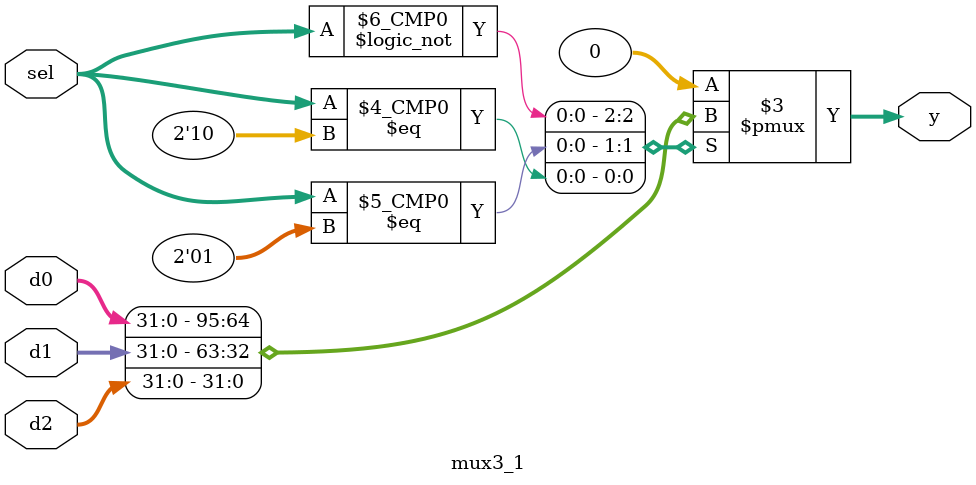
<source format=sv>
`timescale 1ns / 1ps
module mux3_1 #(parameter N = 32)(   // N = bits de ancho
	input  logic [N-1:0] d0, d1, d2, // entradas
	input  logic [1:0]   sel,        // seleccionador 
	output logic [N-1:0] y           // salida
);
	always_comb begin
    	case (sel)
            2'b00 : y = d0;
            2'b01 : y = d1;
            2'b10 : y = d2;
            default: y = '0;
    	endcase
	end
endmodule

</source>
